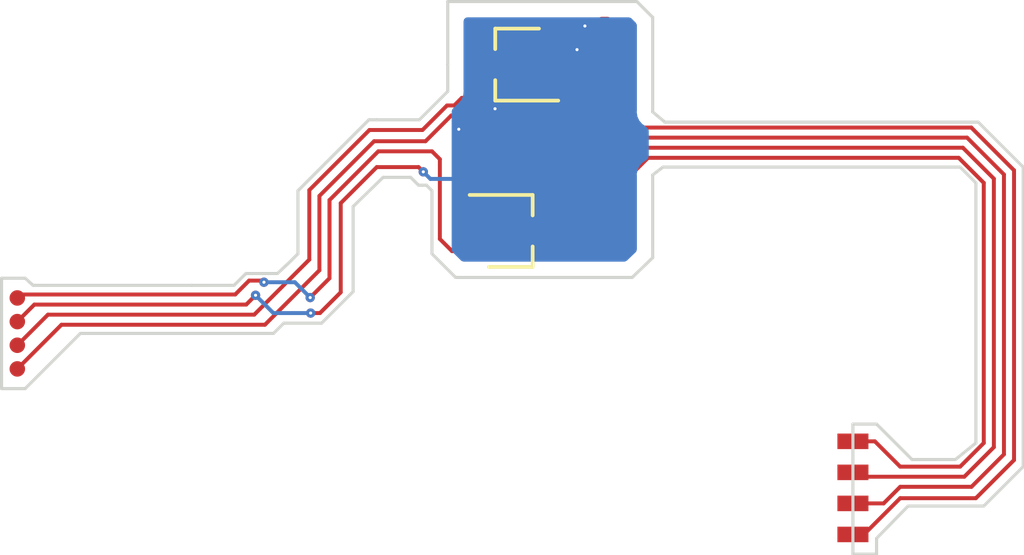
<source format=kicad_pcb>
(kicad_pcb (version 20240108) (generator "pcbnew") (generator_version "8.0")
  (layers (0 "F.Cu" signal) (31 "B.Cu" signal) (34 "B.Paste" user) (35 "F.Paste" user) (36 "B.SilkS" user "B.Silkscreen") (37 "F.SilkS" user "F.Silkscreen") (38 "B.Mask" user) (39 "F.Mask" user) (44 "Edge.Cuts" user))
  (net 0 "")
  (net 1 "GNDPWR")
  (net 2 "Net-(C1-Pad2)")
  (net 3 "Net-(Q2-B)")
  (net 4 "Net-(C3-Pad2)")
  (net 5 "Net-(Q2-C)")
  (net 6 "Net-(J1-Pin_1)")
  (net 7 "VDD")
  (net 8 "Net-(J2-Pin_1)")
  (net 9 "Net-(J4-Pin_1)")
  (net 10 "/CPU_47")
  (net 11 "/CPU_48")
  (net 12 "/CPU_46")
  (net 13 "/CPU_45")
  (footprint "Resistor_SMD:R_0201_0603Metric" (layer "F.Cu") (at 137.6426 79.5274)
    (property "Reference" "R4" (hide yes))
    (property "Value" "4.7k" (hide yes))
    (pad "1" smd roundrect (at -0.32 0) (size 0.46 0.4) (layers "F.Cu" "F.Mask") (net 4 "Net-(C3-Pad2)"))
    (pad "2" smd roundrect (at 0.32 0) (size 0.46 0.4) (layers "F.Cu" "F.Mask") (net 10 "/CPU_47"))
  )
  (footprint "Resistor_SMD:R_0201_0603Metric" (layer "F.Cu") (at 134.8486 79.0194 -90)
    (property "Reference" "R7" (hide yes))
    (property "Value" "33k" (hide yes))
    (pad "1" smd roundrect (at -0.32 0 270) (size 0.46 0.4) (layers "F.Cu" "F.Mask") (net 12 "/CPU_46"))
    (pad "2" smd roundrect (at 0.32 0 270) (size 0.46 0.4) (layers "F.Cu" "F.Mask") (net 3 "Net-(Q2-B)"))
  )
  (footprint "Capacitor_SMD:C_0201_0603Metric" (layer "F.Cu") (at 137.6426 81.5594)
    (property "Reference" "C4" (hide yes))
    (property "Value" "33pF/50V" (hide yes))
    (pad "1" smd roundrect (at -0.32 0) (size 0.46 0.4) (layers "F.Cu" "F.Mask") (net 10 "/CPU_47"))
    (pad "2" smd roundrect (at 0.32 0) (size 0.46 0.4) (layers "F.Cu" "F.Mask") (net 11 "/CPU_48"))
  )
  (footprint "Resistor_SMD:R_0201_0603Metric" (layer "F.Cu") (at 137.6426 77.2414 -90)
    (property "Reference" "R2" (hide yes))
    (property "Value" "1k" (hide yes))
    (pad "1" smd roundrect (at -0.32 0 270) (size 0.46 0.4) (layers "F.Cu" "F.Mask") (net 2 "Net-(C1-Pad2)"))
    (pad "2" smd roundrect (at 0.32 0 270) (size 0.46 0.4) (layers "F.Cu" "F.Mask") (net 8 "Net-(J2-Pin_1)"))
  )
  (footprint "Resistor_SMD:R_0201_0603Metric" (layer "F.Cu") (at 138.43 77.2414 -90)
    (property "Reference" "R1" (hide yes))
    (property "Value" "150" (hide yes))
    (pad "1" smd roundrect (at -0.32 0 270) (size 0.46 0.4) (layers "F.Cu" "F.Mask") (net 7 "VDD"))
    (pad "2" smd roundrect (at 0.32 0 270) (size 0.46 0.4) (layers "F.Cu" "F.Mask") (net 8 "Net-(J2-Pin_1)"))
  )
  (footprint "Capacitor_SMD:C_0201_0603Metric" (layer "F.Cu") (at 137.6426 75.7174 -90)
    (property "Reference" "C1" (hide yes))
    (property "Value" "0.47uf10v" (hide yes))
    (pad "1" smd roundrect (at -0.32 0 270) (size 0.46 0.4) (layers "F.Cu" "F.Mask") (net 1 "GNDPWR"))
    (pad "2" smd roundrect (at 0.32 0 270) (size 0.46 0.4) (layers "F.Cu" "F.Mask") (net 2 "Net-(C1-Pad2)"))
  )
  (footprint "Customs:LED_pad" (layer "F.Cu") (at 118.7196 84.9884 90)
    (property "Reference" "J3" (hide yes))
    (property "Value" "IR LED" (hide yes))
    (pad "1" smd circle (at 0 0 90) (size 0.5 0.5) (layers "F.Cu" "F.Paste" "F.Mask") (net 1 "GNDPWR"))
  )
  (footprint "Capacitor_SMD:C_0201_0603Metric" (layer "F.Cu") (at 133.3246 79.0194 90)
    (property "Reference" "C2" (hide yes))
    (property "Value" "1uf/10v" (hide yes))
    (pad "1" smd roundrect (at -0.32 0 90) (size 0.46 0.4) (layers "F.Cu" "F.Mask") (net 3 "Net-(Q2-B)"))
    (pad "2" smd roundrect (at 0.32 0 90) (size 0.46 0.4) (layers "F.Cu" "F.Mask") (net 1 "GNDPWR"))
  )
  (footprint "Package_TO_SOT_SMD:SOT-323_SC-70" (layer "F.Cu") (at 134.8486 76.708 180)
    (property "Reference" "Q1" (hide yes))
    (property "Value" "BC850W" (hide yes))
    (fp_line (start 0.73 0.5) (end 0.73 1.16) (stroke (width 0.12)) (layer "F.SilkS"))
    (fp_line (start 0.73 -1.16) (end 0.73 -0.5) (stroke (width 0.12)) (layer "F.SilkS"))
    (fp_line (start 0.73 -1.16) (end -1.3 -1.16) (stroke (width 0.12)) (layer "F.SilkS"))
    (fp_line (start -0.68 1.16) (end 0.73 1.16) (stroke (width 0.12)) (layer "F.SilkS"))
    (pad "1" smd rect (at -1 -0.65 90) (size 0.45 0.7) (layers "F.Cu" "F.Paste" "F.Mask") (net 13 "/CPU_45"))
    (pad "2" smd rect (at -1 0.65 90) (size 0.45 0.7) (layers "F.Cu" "F.Paste" "F.Mask") (net 1 "GNDPWR"))
    (pad "3" smd rect (at 1 0 90) (size 0.45 0.7) (layers "F.Cu" "F.Paste" "F.Mask") (net 6 "Net-(J1-Pin_1)"))
  )
  (footprint "Capacitor_SMD:C_0201_0603Metric" (layer "F.Cu") (at 135.6106 80.2894)
    (property "Reference" "C3" (hide yes))
    (property "Value" "0.015uf/25v" (hide yes))
    (pad "1" smd roundrect (at -0.32 0) (size 0.46 0.4) (layers "F.Cu" "F.Mask") (net 5 "Net-(Q2-C)"))
    (pad "2" smd roundrect (at 0.32 0) (size 0.46 0.4) (layers "F.Cu" "F.Mask") (net 4 "Net-(C3-Pad2)"))
  )
  (footprint "Package_TO_SOT_SMD:SOT-323_SC-70" (layer "F.Cu") (at 134.5946 82.0674)
    (property "Reference" "Q2" (hide yes))
    (property "Value" "BC850W" (hide yes))
    (fp_line (start -0.68 1.16) (end 0.73 1.16) (stroke (width 0.12)) (layer "F.SilkS"))
    (fp_line (start 0.73 -1.16) (end -1.3 -1.16) (stroke (width 0.12)) (layer "F.SilkS"))
    (fp_line (start 0.73 -1.16) (end 0.73 -0.5) (stroke (width 0.12)) (layer "F.SilkS"))
    (fp_line (start 0.73 0.5) (end 0.73 1.16) (stroke (width 0.12)) (layer "F.SilkS"))
    (pad "1" smd rect (at -1 -0.65 270) (size 0.45 0.7) (layers "F.Cu" "F.Paste" "F.Mask") (net 3 "Net-(Q2-B)"))
    (pad "2" smd rect (at -1 0.65 270) (size 0.45 0.7) (layers "F.Cu" "F.Paste" "F.Mask") (net 9 "Net-(J4-Pin_1)"))
    (pad "3" smd rect (at 1 0 270) (size 0.45 0.7) (layers "F.Cu" "F.Paste" "F.Mask") (net 5 "Net-(Q2-C)"))
  )
  (footprint "Customs:LED_pad" (layer "F.Cu") (at 118.7196 86.5124 90)
    (property "Reference" "J2" (hide yes))
    (property "Value" "IR LED" (hide yes))
    (pad "1" smd circle (at 0 0 90) (size 0.5 0.5) (layers "F.Cu" "F.Paste" "F.Mask") (net 8 "Net-(J2-Pin_1)"))
  )
  (footprint "Resistor_SMD:R_0201_0603Metric" (layer "F.Cu") (at 137.6426 80.7974 180)
    (property "Reference" "R3" (hide yes))
    (property "Value" "200k" (hide yes))
    (pad "1" smd roundrect (at -0.32 0 180) (size 0.46 0.4) (layers "F.Cu" "F.Mask") (net 11 "/CPU_48"))
    (pad "2" smd roundrect (at 0.32 0 180) (size 0.46 0.4) (layers "F.Cu" "F.Mask") (net 10 "/CPU_47"))
  )
  (footprint "Customs:CPU_connector" (layer "F.Cu") (at 145.6436 89.8464)
    (property "Reference" "J5" (hide yes))
    (property "Value" "Conn_01x04_Pin" (hide yes))
    (pad "1" connect rect (at 0 -1) (size 1 0.5) (layers "F.Cu" "F.Mask") (net 11 "/CPU_48"))
    (pad "2" connect rect (at 0 0) (size 1 0.5) (layers "F.Cu" "F.Mask") (net 10 "/CPU_47"))
    (pad "3" connect rect (at 0 1) (size 1 0.5) (layers "F.Cu" "F.Mask") (net 12 "/CPU_46"))
    (pad "4" connect rect (at 0 2) (size 1 0.5) (layers "F.Cu" "F.Mask") (net 13 "/CPU_45"))
  )
  (footprint "Resistor_SMD:R_0201_0603Metric" (layer "F.Cu") (at 136.3726 79.0194 90)
    (property "Reference" "R5" (hide yes))
    (property "Value" "1M" (hide yes))
    (pad "1" smd roundrect (at -0.32 0 90) (size 0.46 0.4) (layers "F.Cu" "F.Mask") (net 4 "Net-(C3-Pad2)"))
    (pad "2" smd roundrect (at 0.32 0 90) (size 0.46 0.4) (layers "F.Cu" "F.Mask") (net 12 "/CPU_46"))
  )
  (footprint "Resistor_SMD:R_0201_0603Metric" (layer "F.Cu") (at 134.0866 79.0194 90)
    (property "Reference" "R8" (hide yes))
    (property "Value" "33k" (hide yes))
    (pad "1" smd roundrect (at -0.32 0 90) (size 0.46 0.4) (layers "F.Cu" "F.Mask") (net 3 "Net-(Q2-B)"))
    (pad "2" smd roundrect (at 0.32 0 90) (size 0.46 0.4) (layers "F.Cu" "F.Mask") (net 1 "GNDPWR"))
  )
  (footprint "Customs:LED_pad" (layer "F.Cu") (at 118.7196 85.7504 90)
    (property "Reference" "J1" (hide yes))
    (property "Value" "IR LED" (hide yes))
    (pad "1" smd circle (at 0 0 90) (size 0.5 0.5) (layers "F.Cu" "F.Paste" "F.Mask") (net 6 "Net-(J1-Pin_1)"))
  )
  (footprint "Customs:LED_pad" (layer "F.Cu") (at 118.7196 84.2264 90)
    (property "Reference" "J4" (hide yes))
    (property "Value" "IR LED" (hide yes))
    (pad "1" smd circle (at 0 0 90) (size 0.5 0.5) (layers "F.Cu" "F.Paste" "F.Mask") (net 9 "Net-(J4-Pin_1)"))
  )
  (footprint "Resistor_SMD:R_0201_0603Metric" (layer "F.Cu") (at 135.6106 79.0194 -90)
    (property "Reference" "R6" (hide yes))
    (property "Value" "2K" (hide yes))
    (pad "1" smd roundrect (at -0.32 0 270) (size 0.46 0.4) (layers "F.Cu" "F.Mask") (net 12 "/CPU_46"))
    (pad "2" smd roundrect (at 0.32 0 270) (size 0.46 0.4) (layers "F.Cu" "F.Mask") (net 5 "Net-(Q2-C)"))
  )
  (gr_line (start 139.192 78.232) (end 139.5857 78.5622) (stroke (width 0.1)) (layer "Edge.Cuts"))
  (gr_line (start 147.4216 90.932) (end 146.4056 91.9734) (stroke (width 0.1)) (layer "Edge.Cuts"))
  (gr_line (start 129.54 81.28) (end 129.54 84.0232) (stroke (width 0.1)) (layer "Edge.Cuts"))
  (gr_line (start 128.651 79.883) (end 129.413 79.121) (stroke (width 0.1)) (layer "Edge.Cuts"))
  (gr_line (start 149.606 80.518) (end 149.606 88.9) (stroke (width 0.1)) (layer "Edge.Cuts"))
  (gr_line (start 127.762 80.772) (end 127.762 81.026) (stroke (width 0.1)) (layer "Edge.Cuts"))
  (gr_line (start 146.4056 88.2904) (end 147.5486 89.4334) (stroke (width 0.1)) (layer "Edge.Cuts"))
  (gr_line (start 145.6436 88.2904) (end 146.4056 88.2904) (stroke (width 0.1)) (layer "Edge.Cuts"))
  (gr_line (start 149.606 88.9) (end 148.9456 89.4334) (stroke (width 0.1)) (layer "Edge.Cuts"))
  (gr_line (start 124.333 83.82) (end 119.2276 83.82) (stroke (width 0.1)) (layer "Edge.Cuts"))
  (gr_line (start 131.3942 80.3402) (end 131.6482 80.5942) (stroke (width 0.1)) (layer "Edge.Cuts"))
  (gr_line (start 146.4056 91.9734) (end 146.4056 92.4814) (stroke (width 0.1)) (layer "Edge.Cuts"))
  (gr_line (start 145.6436 92.4814) (end 145.6436 88.2904) (stroke (width 0.1)) (layer "Edge.Cuts"))
  (gr_line (start 149.098 80.01) (end 149.606 80.518) (stroke (width 0.1)) (layer "Edge.Cuts"))
  (gr_line (start 129.413 79.121) (end 130.048 78.486) (stroke (width 0.1)) (layer "Edge.Cuts"))
  (gr_line (start 132.588 76.708) (end 132.588 74.676) (stroke (width 0.1)) (layer "Edge.Cuts"))
  (gr_line (start 151.13 80.01) (end 151.13 89.662) (stroke (width 0.1)) (layer "Edge.Cuts"))
  (gr_line (start 131.7752 80.5942) (end 131.9022 80.5942) (stroke (width 0.1)) (layer "Edge.Cuts"))
  (gr_line (start 127.762 82.804) (end 127.508 83.058) (stroke (width 0.1)) (layer "Edge.Cuts"))
  (gr_line (start 132.842 83.566) (end 138.5316 83.566) (stroke (width 0.1)) (layer "Edge.Cuts"))
  (gr_line (start 146.4056 92.4814) (end 145.6436 92.4814) (stroke (width 0.1)) (layer "Edge.Cuts"))
  (gr_line (start 120.7516 85.3694) (end 126.9746 85.3694) (stroke (width 0.1)) (layer "Edge.Cuts"))
  (gr_line (start 132.842 83.566) (end 132.842 83.566) (stroke (width 0.1)) (layer "Edge.Cuts"))
  (gr_line (start 149.86 90.932) (end 147.4216 90.932) (stroke (width 0.1)) (layer "Edge.Cuts"))
  (gr_line (start 139.5222 80.01) (end 139.192 80.264) (stroke (width 0.1)) (layer "Edge.Cuts"))
  (gr_line (start 149.6822 78.5622) (end 139.5857 78.5622) (stroke (width 0.1)) (layer "Edge.Cuts"))
  (gr_line (start 131.9022 80.5942) (end 132.08 80.772) (stroke (width 0.1)) (layer "Edge.Cuts"))
  (gr_line (start 118.2116 83.5914) (end 118.2116 87.1474) (stroke (width 0.1)) (layer "Edge.Cuts"))
  (gr_line (start 118.2116 87.1474) (end 118.9736 87.1474) (stroke (width 0.1)) (layer "Edge.Cuts"))
  (gr_line (start 128.651 79.883) (end 127.762 80.772) (stroke (width 0.1)) (layer "Edge.Cuts"))
  (gr_line (start 118.9736 87.1474) (end 120.7516 85.3694) (stroke (width 0.1)) (layer "Edge.Cuts"))
  (gr_line (start 132.588 77.5716) (end 132.588 76.708) (stroke (width 0.1)) (layer "Edge.Cuts"))
  (gr_line (start 118.9736 83.5914) (end 118.2116 83.5914) (stroke (width 0.1)) (layer "Edge.Cuts"))
  (gr_line (start 126.9746 85.3694) (end 127.3048 85.0392) (stroke (width 0.1)) (layer "Edge.Cuts"))
  (gr_line (start 129.54 81.28) (end 130.5052 80.3402) (stroke (width 0.1)) (layer "Edge.Cuts"))
  (gr_line (start 130.302 78.486) (end 131.6736 78.486) (stroke (width 0.1)) (layer "Edge.Cuts"))
  (gr_line (start 132.588 74.676) (end 138.684 74.676) (stroke (width 0.1)) (layer "Edge.Cuts"))
  (gr_line (start 127.1016 83.439) (end 126.0856 83.439) (stroke (width 0.1)) (layer "Edge.Cuts"))
  (gr_line (start 127.508 83.058) (end 127.1016 83.439) (stroke (width 0.1)) (layer "Edge.Cuts"))
  (gr_line (start 126.0856 83.439) (end 125.7046 83.82) (stroke (width 0.1)) (layer "Edge.Cuts"))
  (gr_line (start 148.9456 89.4334) (end 147.5486 89.4334) (stroke (width 0.1)) (layer "Edge.Cuts"))
  (gr_line (start 130.5052 80.3402) (end 131.3942 80.3402) (stroke (width 0.1)) (layer "Edge.Cuts"))
  (gr_line (start 125.7046 83.82) (end 124.333 83.82) (stroke (width 0.1)) (layer "Edge.Cuts"))
  (gr_line (start 132.08 82.804) (end 132.842 83.566) (stroke (width 0.1)) (layer "Edge.Cuts"))
  (gr_line (start 149.7838 78.6638) (end 151.13 80.01) (stroke (width 0.1)) (layer "Edge.Cuts"))
  (gr_line (start 119.2276 83.82) (end 118.9736 83.5914) (stroke (width 0.1)) (layer "Edge.Cuts"))
  (gr_line (start 139.192 82.931) (end 138.5316 83.566) (stroke (width 0.1)) (layer "Edge.Cuts"))
  (gr_line (start 139.192 75.184) (end 138.684 74.676) (stroke (width 0.1)) (layer "Edge.Cuts"))
  (gr_line (start 129.54 84.0232) (end 128.524 85.0392) (stroke (width 0.1)) (layer "Edge.Cuts"))
  (gr_line (start 139.192 78.232) (end 139.192 75.184) (stroke (width 0.1)) (layer "Edge.Cuts"))
  (gr_line (start 127.3048 85.0392) (end 128.524 85.0392) (stroke (width 0.1)) (layer "Edge.Cuts"))
  (gr_line (start 131.6482 80.5942) (end 131.7752 80.5942) (stroke (width 0.1)) (layer "Edge.Cuts"))
  (gr_line (start 132.08 82.804) (end 132.08 80.772) (stroke (width 0.1)) (layer "Edge.Cuts"))
  (gr_line (start 149.6822 78.5622) (end 149.7838 78.6638) (stroke (width 0.1)) (layer "Edge.Cuts"))
  (gr_line (start 127.762 82.804) (end 127.762 81.026) (stroke (width 0.1)) (layer "Edge.Cuts"))
  (gr_line (start 139.192 82.931) (end 139.192 80.264) (stroke (width 0.1)) (layer "Edge.Cuts"))
  (gr_line (start 151.13 89.662) (end 149.86 90.932) (stroke (width 0.1)) (layer "Edge.Cuts"))
  (gr_line (start 139.5222 80.01) (end 149.098 80.01) (stroke (width 0.1)) (layer "Edge.Cuts"))
  (gr_line (start 130.302 78.486) (end 130.048 78.486) (stroke (width 0.1)) (layer "Edge.Cuts"))
  (gr_line (start 131.6736 78.486) (end 132.588 77.5716) (stroke (width 0.1)) (layer "Edge.Cuts"))
  (segment (start 137.099 75.372) (end 137.668 75.372) (width 0.127) (layer "F.Cu") (net 1))
  (segment (start 136.5862 76.058) (end 135.62 76.058) (width 0.127) (layer "F.Cu") (net 1))
  (segment (start 131.8006 80.1624) (end 131.6482 80.01) (width 0.127) (layer "F.Cu") (net 1))
  (segment (start 133.0604 78.674) (end 133.35 78.674) (width 0.127) (layer "F.Cu") (net 1))
  (segment (start 129.140499 84.044121) (end 128.471201 84.713419) (width 0.127) (layer "F.Cu") (net 1))
  (segment (start 119.268 84.44) (end 118.7196 84.9884) (width 0.127) (layer "F.Cu") (net 1))
  (segment (start 131.6482 80.01) (end 130.302 80.01) (width 0.127) (layer "F.Cu") (net 1))
  (segment (start 126.095244 84.44) (end 119.268 84.44) (width 0.127) (layer "F.Cu") (net 1))
  (segment (start 132.9436 78.7908) (end 133.0604 78.674) (width 0.127) (layer "F.Cu") (net 1))
  (segment (start 134.0866 78.6994) (end 134.112 78.674) (width 0.127) (layer "F.Cu") (net 1))
  (segment (start 134.112 78.674) (end 134.112 78.1304) (width 0.127) (layer "F.Cu") (net 1))
  (segment (start 136.7536 76.2254) (end 136.5862 76.058) (width 0.127) (layer "F.Cu") (net 1))
  (segment (start 130.302 80.01) (end 129.140499 81.171501) (width 0.127) (layer "F.Cu") (net 1))
  (segment (start 129.140499 81.171501) (end 129.140499 84.044121) (width 0.127) (layer "F.Cu") (net 1))
  (segment (start 137.0076 75.4634) (end 137.099 75.372) (width 0.127) (layer "F.Cu") (net 1))
  (segment (start 128.471201 84.713419) (end 128.17098 84.713419) (width 0.127) (layer "F.Cu") (net 1))
  (segment (start 126.395555 84.139689) (end 126.095244 84.44) (width 0.127) (layer "F.Cu") (net 1))
  (via micro (at 132.9436 78.7908) (size 0.3) (drill 0.1) (layers "F.Cu" "B.Cu") (net 1))
  (via micro (at 131.8006 80.1624) (size 0.3) (drill 0.1) (layers "F.Cu" "B.Cu") (net 1))
  (via micro (at 137.0076 75.4634) (size 0.3) (drill 0.1) (layers "F.Cu" "B.Cu") (net 1))
  (via micro (at 128.17098 84.713419) (size 0.3) (drill 0.1) (layers "F.Cu" "B.Cu") (net 1))
  (via micro (at 136.7536 76.2254) (size 0.3) (drill 0.1) (layers "F.Cu" "B.Cu") (net 1))
  (via micro (at 134.112 78.1304) (size 0.3) (drill 0.1) (layers "F.Cu" "B.Cu") (net 1))
  (via micro (at 126.395555 84.139689) (size 0.3) (drill 0.1) (layers "F.Cu" "B.Cu") (net 1))
  (segment (start 132.0292 80.391) (end 132.969 80.391) (width 0.127) (layer "B.Cu") (net 1))
  (segment (start 128.17098 84.713419) (end 126.969285 84.713419) (width 0.127) (layer "B.Cu") (net 1))
  (segment (start 131.8006 80.1624) (end 132.0292 80.391) (width 0.127) (layer "B.Cu") (net 1))
  (segment (start 126.969285 84.713419) (end 126.395555 84.139689) (width 0.127) (layer "B.Cu") (net 1))
  (segment (start 137.6426 76.9214) (end 137.6426 76.0374) (width 0.127) (layer "F.Cu") (net 2))
  (segment (start 134.874 79.502) (end 134.112 80.264) (width 0.127) (layer "F.Cu") (net 3))
  (segment (start 133.3246 79.9846) (end 133.604 80.264) (width 0.127) (layer "F.Cu") (net 3))
  (segment (start 134.874 79.314) (end 134.874 79.502) (width 0.127) (layer "F.Cu") (net 3))
  (segment (start 133.604 80.264) (end 134.112 80.264) (width 0.127) (layer "F.Cu") (net 3))
  (segment (start 134.112 79.3648) (end 134.112 80.264) (width 0.127) (layer "F.Cu") (net 3))
  (segment (start 133.3246 79.3394) (end 133.3246 79.9846) (width 0.127) (layer "F.Cu") (net 3))
  (segment (start 134.0866 79.3394) (end 134.112 79.3648) (width 0.127) (layer "F.Cu") (net 3))
  (segment (start 133.5946 80.7814) (end 134.112 80.264) (width 0.127) (layer "F.Cu") (net 3))
  (segment (start 133.5946 81.4174) (end 133.5946 80.7814) (width 0.127) (layer "F.Cu") (net 3))
  (segment (start 136.652 80.01) (end 136.84 80.01) (width 0.127) (layer "F.Cu") (net 4))
  (segment (start 136.3726 80.2894) (end 136.652 80.01) (width 0.127) (layer "F.Cu") (net 4))
  (segment (start 136.652 79.6188) (end 136.3726 79.3394) (width 0.127) (layer "F.Cu") (net 4))
  (segment (start 136.652 80.01) (end 136.652 79.6188) (width 0.127) (layer "F.Cu") (net 4))
  (segment (start 135.9306 80.2894) (end 136.3726 80.2894) (width 0.127) (layer "F.Cu") (net 4))
  (segment (start 136.84 80.01) (end 137.3226 79.5274) (width 0.127) (layer "F.Cu") (net 4))
  (segment (start 135.2906 81.7634) (end 135.2906 80.2894) (width 0.127) (layer "F.Cu") (net 5))
  (segment (start 135.401 80.179) (end 135.401 79.549) (width 0.127) (layer "F.Cu") (net 5))
  (segment (start 135.401 79.549) (end 135.6106 79.3394) (width 0.127) (layer "F.Cu") (net 5))
  (segment (start 135.2906 80.2894) (end 135.401 80.179) (width 0.127) (layer "F.Cu") (net 5))
  (segment (start 135.5946 82.0674) (end 135.2906 81.7634) (width 0.127) (layer "F.Cu") (net 5))
  (segment (start 130.065607 78.8145) (end 128.128 80.752107) (width 0.127) (layer "F.Cu") (net 6))
  (segment (start 133.8486 77.14678) (end 133.21538 77.78) (width 0.127) (layer "F.Cu") (net 6))
  (segment (start 128.128 82.9899) (end 126.3529 84.765) (width 0.127) (layer "F.Cu") (net 6))
  (segment (start 133.8486 76.708) (end 133.8486 77.14678) (width 0.127) (layer "F.Cu") (net 6))
  (segment (start 133.21538 77.78) (end 133.041728 77.78) (width 0.127) (layer "F.Cu") (net 6))
  (segment (start 132.797728 78.024) (end 132.565816 78.024) (width 0.127) (layer "F.Cu") (net 6))
  (segment (start 131.775316 78.8145) (end 130.065607 78.8145) (width 0.127) (layer "F.Cu") (net 6))
  (segment (start 128.128 80.752107) (end 128.128 82.9899) (width 0.127) (layer "F.Cu") (net 6))
  (segment (start 119.705 84.765) (end 118.7196 85.7504) (width 0.127) (layer "F.Cu") (net 6))
  (segment (start 126.3529 84.765) (end 119.705 84.765) (width 0.127) (layer "F.Cu") (net 6))
  (segment (start 133.041728 77.78) (end 132.797728 78.024) (width 0.127) (layer "F.Cu") (net 6))
  (segment (start 132.565816 78.024) (end 131.775316 78.8145) (width 0.127) (layer "F.Cu") (net 6))
  (segment (start 133.324 78.105) (end 133.176348 78.105) (width 0.127) (layer "F.Cu") (net 8))
  (segment (start 134.647 76.808) (end 133.35 78.105) (width 0.127) (layer "F.Cu") (net 8))
  (segment (start 137.534396 78.036) (end 136.306396 76.808) (width 0.127) (layer "F.Cu") (net 8))
  (segment (start 132.932348 78.349) (end 132.700436 78.349) (width 0.127) (layer "F.Cu") (net 8))
  (segment (start 137.726 78.036) (end 137.534396 78.036) (width 0.127) (layer "F.Cu") (net 8))
  (segment (start 137.726 78.036) (end 137.6426 77.9526) (width 0.127) (layer "F.Cu") (net 8))
  (segment (start 137.9554 78.036) (end 137.726 78.036) (width 0.127) (layer "F.Cu") (net 8))
  (segment (start 128.453 80.939761) (end 128.453 83.334617) (width 0.127) (layer "F.Cu") (net 8))
  (segment (start 138.43 77.5614) (end 137.9554 78.036) (width 0.127) (layer "F.Cu") (net 8))
  (segment (start 130.21576 79.177) (end 128.453 80.939761) (width 0.127) (layer "F.Cu") (net 8))
  (segment (start 120.142 85.09) (end 118.7196 86.5124) (width 0.127) (layer "F.Cu") (net 8))
  (segment (start 128.453 83.334617) (end 126.697617 85.09) (width 0.127) (layer "F.Cu") (net 8))
  (segment (start 132.700436 78.349) (end 131.872436 79.177) (width 0.127) (layer "F.Cu") (net 8))
  (segment (start 126.697617 85.09) (end 120.142 85.09) (width 0.127) (layer "F.Cu") (net 8))
  (segment (start 136.306396 76.808) (end 134.647 76.808) (width 0.127) (layer "F.Cu") (net 8))
  (segment (start 131.872436 79.177) (end 130.21576 79.177) (width 0.127) (layer "F.Cu") (net 8))
  (segment (start 133.176348 78.105) (end 132.932348 78.349) (width 0.127) (layer "F.Cu") (net 8))
  (segment (start 137.6426 77.9526) (end 137.6426 77.5614) (width 0.127) (layer "F.Cu") (net 8))
  (segment (start 132.08 79.502) (end 132.334 79.756) (width 0.127) (layer "F.Cu") (net 9))
  (segment (start 126.666017 83.719745) (end 126.613872 83.6676) (width 0.127) (layer "F.Cu") (net 9))
  (segment (start 128.778 83.469237) (end 128.778 81.07438) (width 0.127) (layer "F.Cu") (net 9))
  (segment (start 128.778 81.07438) (end 130.35038 79.502) (width 0.127) (layer "F.Cu") (net 9))
  (segment (start 126.613872 83.6676) (end 126.1872 83.6676) (width 0.127) (layer "F.Cu") (net 9))
  (segment (start 130.35038 79.502) (end 132.08 79.502) (width 0.127) (layer "F.Cu") (net 9))
  (segment (start 126.1872 83.6676) (end 125.7398 84.115) (width 0.127) (layer "F.Cu") (net 9))
  (segment (start 132.334 82.326) (end 132.7254 82.7174) (width 0.127) (layer "F.Cu") (net 9))
  (segment (start 128.156137 84.213263) (end 128.156137 84.214137) (width 0.127) (layer "F.Cu") (net 9))
  (segment (start 128.778 81.07438) (end 128.778 83.5914) (width 0.127) (layer "F.Cu") (net 9))
  (segment (start 132.7254 82.7174) (end 133.5946 82.7174) (width 0.127) (layer "F.Cu") (net 9))
  (segment (start 118.831 84.115) (end 118.7196 84.2264) (width 0.127) (layer "F.Cu") (net 9))
  (segment (start 125.7398 84.115) (end 118.831 84.115) (width 0.127) (layer "F.Cu") (net 9))
  (segment (start 132.334 79.756) (end 132.334 82.326) (width 0.127) (layer "F.Cu") (net 9))
  (segment (start 128.778 83.5914) (end 128.156137 84.213263) (width 0.127) (layer "F.Cu") (net 9))
  (via micro (at 126.666017 83.719745) (size 0.3) (drill 0.1) (layers "F.Cu" "B.Cu") (net 9))
  (via micro (at 128.156137 84.214137) (size 0.3) (drill 0.1) (layers "F.Cu" "B.Cu") (net 9))
  (segment (start 128.156137 84.214137) (end 127.661745 83.719745) (width 0.127) (layer "B.Cu") (net 9))
  (segment (start 127.661745 83.719745) (end 126.666017 83.719745) (width 0.127) (layer "B.Cu") (net 9))
  (segment (start 150.185 89.03462) (end 149.23262 89.987) (width 0.127) (layer "F.Cu") (net 10))
  (segment (start 137.9626 79.5274) (end 138.104 79.386) (width 0.127) (layer "F.Cu") (net 10))
  (segment (start 137.9626 79.5274) (end 137.988 79.5528) (width 0.127) (layer "F.Cu") (net 10))
  (segment (start 149.23262 89.987) (end 145.7842 89.987) (width 0.127) (layer "F.Cu") (net 10))
  (segment (start 137.3226 80.7974) (end 137.3226 81.5594) (width 0.127) (layer "F.Cu") (net 10))
  (segment (start 137.988 79.932959) (end 137.3226 80.598359) (width 0.127) (layer "F.Cu") (net 10))
  (segment (start 149.18762 79.386) (end 150.185 80.383381) (width 0.127) (layer "F.Cu") (net 10))
  (segment (start 145.7842 89.987) (end 145.6436 89.8464) (width 0.127) (layer "F.Cu") (net 10))
  (segment (start 150.185 80.383381) (end 150.185 89.03462) (width 0.127) (layer "F.Cu") (net 10))
  (segment (start 137.988 79.5528) (end 137.988 79.932959) (width 0.127) (layer "F.Cu") (net 10))
  (segment (start 138.104 79.386) (end 149.18762 79.386) (width 0.127) (layer "F.Cu") (net 10))
  (segment (start 137.3226 80.598359) (end 137.3226 80.7974) (width 0.127) (layer "F.Cu") (net 10))
  (segment (start 137.9626 81.5594) (end 137.9626 80.7894) (width 0.127) (layer "F.Cu") (net 11))
  (segment (start 137.9626 80.7894) (end 139.041 79.711) (width 0.127) (layer "F.Cu") (net 11))
  (segment (start 149.86 80.518) (end 149.86 88.9) (width 0.127) (layer "F.Cu") (net 11))
  (segment (start 149.098 89.662) (end 147.166 89.662) (width 0.127) (layer "F.Cu") (net 11))
  (segment (start 147.166 89.662) (end 146.3504 88.8464) (width 0.127) (layer "F.Cu") (net 11))
  (segment (start 146.3504 88.8464) (end 145.6436 88.8464) (width 0.127) (layer "F.Cu") (net 11))
  (segment (start 149.053 79.711) (end 149.86 80.518) (width 0.127) (layer "F.Cu") (net 11))
  (segment (start 139.041 79.711) (end 149.053 79.711) (width 0.127) (layer "F.Cu") (net 11))
  (segment (start 149.86 88.9) (end 149.098 89.662) (width 0.127) (layer "F.Cu") (net 11))
  (segment (start 149.32224 79.061) (end 138.289652 79.061) (width 0.127) (layer "F.Cu") (net 12))
  (segment (start 149.464 90.312) (end 150.51 89.266) (width 0.127) (layer "F.Cu") (net 12))
  (segment (start 147.1676 90.312) (end 146.6332 90.8464) (width 0.127) (layer "F.Cu") (net 12))
  (segment (start 136.925004 78.6994) (end 134.8486 78.6994) (width 0.127) (layer "F.Cu") (net 12))
  (segment (start 138.268152 79.0395) (end 137.265104 79.0395) (width 0.127) (layer "F.Cu") (net 12))
  (segment (start 147.1676 90.312) (end 149.464 90.312) (width 0.127) (layer "F.Cu") (net 12))
  (segment (start 137.265104 79.0395) (end 136.925004 78.6994) (width 0.127) (layer "F.Cu") (net 12))
  (segment (start 138.289652 79.061) (end 138.268152 79.0395) (width 0.127) (layer "F.Cu") (net 12))
  (segment (start 150.51 89.266) (end 150.51 80.248762) (width 0.127) (layer "F.Cu") (net 12))
  (segment (start 150.51 80.248762) (end 149.32224 79.061) (width 0.127) (layer "F.Cu") (net 12))
  (segment (start 146.6332 90.8464) (end 145.6436 90.8464) (width 0.127) (layer "F.Cu") (net 12))
  (segment (start 147.1676 90.678) (end 145.9992 91.8464) (width 0.127) (layer "F.Cu") (net 13))
  (segment (start 137.320814 78.736) (end 149.45686 78.736) (width 0.127) (layer "F.Cu") (net 13))
  (segment (start 135.62 77.358) (end 135.942814 77.358) (width 0.127) (layer "F.Cu") (net 13))
  (segment (start 135.942814 77.358) (end 137.320814 78.736) (width 0.127) (layer "F.Cu") (net 13))
  (segment (start 149.45686 78.736) (end 150.835 80.114143) (width 0.127) (layer "F.Cu") (net 13))
  (segment (start 145.9992 91.8464) (end 145.6436 91.8464) (width 0.127) (layer "F.Cu") (net 13))
  (segment (start 150.835 80.114143) (end 150.835 89.449) (width 0.127) (layer "F.Cu") (net 13))
  (segment (start 150.835 89.449) (end 149.606 90.678) (width 0.127) (layer "F.Cu") (net 13))
  (segment (start 149.606 90.678) (end 147.1676 90.678) (width 0.127) (layer "F.Cu") (net 13))
  (zone (net 1) (net_name "GNDPWR") (layer "B.Cu") (connect_pads yes (clearance 0.508)) (min_thickness 0.254) (fill yes (thermal_gap 0.508) (thermal_bridge_width 0.508))
    (polygon (pts (xy 139.065 83.439) (xy 132.715 83.439) (xy 132.715 74.803) (xy 139.065 74.803)))
  )
)
</source>
